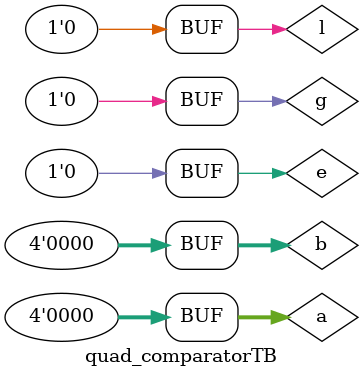
<source format=sv>
module quad_comparatorTB();
  logic [3:0]a,b;
  logic l,e,g;
  wire L,E,G;
  quad_comparator4bit tb(.a(a),.b(b),.l(l),.e(e),.g(g),.L(L),.E(E),.G(G));
  initial begin
    $monitor(a,b,l,e,g,E,G,L);
    a=4'b0;b=4'b0;l=0;e=0;g=0;#59
    a=4'b001;#59
    a=4'b0;#59
    b=4'b010;#59
    b=4'b0;#59
    l=1;#59
    l=0;#59
    g=1;#59
    g=0;#59
    e=1;#59
    e=0;
  end
endmodule

</source>
